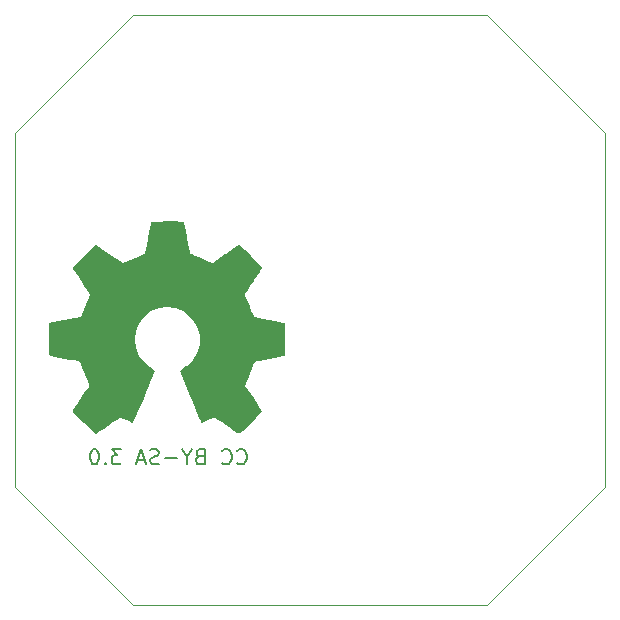
<source format=gbo>
G04 (created by PCBNEW (2013-09-06 BZR 4312)-stable) date K 23 okt   2013 23:04:12 EEST*
%MOIN*%
G04 Gerber Fmt 3.4, Leading zero omitted, Abs format*
%FSLAX34Y34*%
G01*
G70*
G90*
G04 APERTURE LIST*
%ADD10C,0.000787*%
%ADD11C,0.001000*%
%ADD12C,0.005000*%
%ADD13C,0.000100*%
G04 APERTURE END LIST*
G54D10*
G54D11*
X43307Y-55118D02*
X39370Y-51181D01*
X55118Y-55118D02*
X43307Y-55118D01*
G54D12*
X46785Y-50375D02*
X46809Y-50399D01*
X46881Y-50423D01*
X46928Y-50423D01*
X47000Y-50399D01*
X47047Y-50351D01*
X47071Y-50303D01*
X47095Y-50208D01*
X47095Y-50137D01*
X47071Y-50042D01*
X47047Y-49994D01*
X47000Y-49946D01*
X46928Y-49923D01*
X46881Y-49923D01*
X46809Y-49946D01*
X46785Y-49970D01*
X46285Y-50375D02*
X46309Y-50399D01*
X46381Y-50423D01*
X46428Y-50423D01*
X46500Y-50399D01*
X46547Y-50351D01*
X46571Y-50303D01*
X46595Y-50208D01*
X46595Y-50137D01*
X46571Y-50042D01*
X46547Y-49994D01*
X46500Y-49946D01*
X46428Y-49923D01*
X46381Y-49923D01*
X46309Y-49946D01*
X46285Y-49970D01*
X45523Y-50161D02*
X45452Y-50184D01*
X45428Y-50208D01*
X45404Y-50256D01*
X45404Y-50327D01*
X45428Y-50375D01*
X45452Y-50399D01*
X45500Y-50423D01*
X45690Y-50423D01*
X45690Y-49923D01*
X45523Y-49923D01*
X45476Y-49946D01*
X45452Y-49970D01*
X45428Y-50018D01*
X45428Y-50065D01*
X45452Y-50113D01*
X45476Y-50137D01*
X45523Y-50161D01*
X45690Y-50161D01*
X45095Y-50184D02*
X45095Y-50423D01*
X45261Y-49923D02*
X45095Y-50184D01*
X44928Y-49923D01*
X44761Y-50232D02*
X44381Y-50232D01*
X44166Y-50399D02*
X44095Y-50423D01*
X43976Y-50423D01*
X43928Y-50399D01*
X43904Y-50375D01*
X43881Y-50327D01*
X43881Y-50280D01*
X43904Y-50232D01*
X43928Y-50208D01*
X43976Y-50184D01*
X44071Y-50161D01*
X44119Y-50137D01*
X44142Y-50113D01*
X44166Y-50065D01*
X44166Y-50018D01*
X44142Y-49970D01*
X44119Y-49946D01*
X44071Y-49923D01*
X43952Y-49923D01*
X43881Y-49946D01*
X43690Y-50280D02*
X43452Y-50280D01*
X43738Y-50423D02*
X43571Y-49923D01*
X43404Y-50423D01*
X42904Y-49923D02*
X42595Y-49923D01*
X42761Y-50113D01*
X42690Y-50113D01*
X42642Y-50137D01*
X42619Y-50161D01*
X42595Y-50208D01*
X42595Y-50327D01*
X42619Y-50375D01*
X42642Y-50399D01*
X42690Y-50423D01*
X42833Y-50423D01*
X42881Y-50399D01*
X42904Y-50375D01*
X42381Y-50375D02*
X42357Y-50399D01*
X42381Y-50423D01*
X42404Y-50399D01*
X42381Y-50375D01*
X42381Y-50423D01*
X42047Y-49923D02*
X42000Y-49923D01*
X41952Y-49946D01*
X41928Y-49970D01*
X41904Y-50018D01*
X41881Y-50113D01*
X41881Y-50232D01*
X41904Y-50327D01*
X41928Y-50375D01*
X41952Y-50399D01*
X42000Y-50423D01*
X42047Y-50423D01*
X42095Y-50399D01*
X42119Y-50375D01*
X42142Y-50327D01*
X42166Y-50232D01*
X42166Y-50113D01*
X42142Y-50018D01*
X42119Y-49970D01*
X42095Y-49946D01*
X42047Y-49923D01*
G54D11*
X59055Y-51181D02*
X55118Y-55118D01*
X59055Y-39370D02*
X59055Y-51181D01*
X55118Y-35433D02*
X59055Y-39370D01*
X43307Y-35433D02*
X55118Y-35433D01*
X39370Y-39370D02*
X43307Y-35433D01*
X39370Y-51181D02*
X39370Y-39370D01*
G54D13*
G36*
X42061Y-49403D02*
X42102Y-49381D01*
X42195Y-49323D01*
X42326Y-49237D01*
X42481Y-49133D01*
X42637Y-49028D01*
X42766Y-48942D01*
X42855Y-48884D01*
X42893Y-48863D01*
X42913Y-48870D01*
X42987Y-48906D01*
X43095Y-48962D01*
X43157Y-48995D01*
X43256Y-49037D01*
X43305Y-49046D01*
X43313Y-49032D01*
X43349Y-48957D01*
X43406Y-48828D01*
X43480Y-48657D01*
X43565Y-48457D01*
X43656Y-48242D01*
X43748Y-48022D01*
X43835Y-47812D01*
X43912Y-47624D01*
X43974Y-47471D01*
X44014Y-47364D01*
X44029Y-47318D01*
X44025Y-47309D01*
X43975Y-47261D01*
X43889Y-47196D01*
X43703Y-47045D01*
X43519Y-46815D01*
X43407Y-46554D01*
X43370Y-46265D01*
X43402Y-45996D01*
X43507Y-45737D01*
X43687Y-45505D01*
X43905Y-45332D01*
X44161Y-45223D01*
X44447Y-45188D01*
X44723Y-45219D01*
X44987Y-45323D01*
X45219Y-45500D01*
X45316Y-45613D01*
X45452Y-45848D01*
X45529Y-46101D01*
X45537Y-46165D01*
X45526Y-46441D01*
X45444Y-46706D01*
X45298Y-46944D01*
X45095Y-47138D01*
X45070Y-47156D01*
X44976Y-47226D01*
X44913Y-47274D01*
X44864Y-47315D01*
X45216Y-48162D01*
X45272Y-48297D01*
X45368Y-48529D01*
X45454Y-48728D01*
X45521Y-48887D01*
X45568Y-48993D01*
X45589Y-49036D01*
X45591Y-49038D01*
X45622Y-49044D01*
X45687Y-49020D01*
X45805Y-48963D01*
X45883Y-48923D01*
X45973Y-48879D01*
X46014Y-48863D01*
X46048Y-48882D01*
X46135Y-48938D01*
X46261Y-49022D01*
X46412Y-49125D01*
X46556Y-49223D01*
X46689Y-49311D01*
X46786Y-49373D01*
X46833Y-49398D01*
X46840Y-49398D01*
X46882Y-49375D01*
X46958Y-49311D01*
X47074Y-49202D01*
X47237Y-49041D01*
X47262Y-49016D01*
X47396Y-48879D01*
X47505Y-48765D01*
X47578Y-48683D01*
X47605Y-48646D01*
X47605Y-48646D01*
X47581Y-48600D01*
X47520Y-48504D01*
X47432Y-48369D01*
X47324Y-48212D01*
X47044Y-47804D01*
X47198Y-47419D01*
X47245Y-47301D01*
X47305Y-47158D01*
X47350Y-47056D01*
X47373Y-47012D01*
X47415Y-46997D01*
X47520Y-46972D01*
X47673Y-46940D01*
X47855Y-46906D01*
X48028Y-46874D01*
X48185Y-46845D01*
X48298Y-46822D01*
X48349Y-46812D01*
X48361Y-46805D01*
X48372Y-46780D01*
X48378Y-46727D01*
X48382Y-46632D01*
X48384Y-46482D01*
X48384Y-46265D01*
X48384Y-46241D01*
X48382Y-46034D01*
X48379Y-45869D01*
X48373Y-45760D01*
X48366Y-45718D01*
X48365Y-45717D01*
X48316Y-45705D01*
X48206Y-45682D01*
X48049Y-45651D01*
X47862Y-45616D01*
X47851Y-45613D01*
X47664Y-45578D01*
X47508Y-45545D01*
X47399Y-45520D01*
X47353Y-45506D01*
X47343Y-45492D01*
X47306Y-45420D01*
X47252Y-45304D01*
X47190Y-45163D01*
X47130Y-45017D01*
X47077Y-44886D01*
X47042Y-44787D01*
X47031Y-44743D01*
X47032Y-44742D01*
X47060Y-44697D01*
X47124Y-44601D01*
X47214Y-44467D01*
X47323Y-44308D01*
X47331Y-44296D01*
X47438Y-44139D01*
X47525Y-44006D01*
X47583Y-43911D01*
X47605Y-43868D01*
X47604Y-43865D01*
X47569Y-43818D01*
X47488Y-43729D01*
X47374Y-43609D01*
X47236Y-43470D01*
X47192Y-43427D01*
X47039Y-43278D01*
X46933Y-43180D01*
X46867Y-43128D01*
X46835Y-43116D01*
X46834Y-43117D01*
X46786Y-43146D01*
X46687Y-43210D01*
X46552Y-43302D01*
X46392Y-43410D01*
X46381Y-43418D01*
X46224Y-43525D01*
X46093Y-43613D01*
X46000Y-43675D01*
X45959Y-43700D01*
X45952Y-43700D01*
X45888Y-43681D01*
X45776Y-43642D01*
X45638Y-43588D01*
X45493Y-43530D01*
X45361Y-43474D01*
X45261Y-43429D01*
X45214Y-43402D01*
X45213Y-43400D01*
X45196Y-43344D01*
X45169Y-43226D01*
X45136Y-43064D01*
X45099Y-42871D01*
X45093Y-42840D01*
X45058Y-42652D01*
X45028Y-42498D01*
X45006Y-42390D01*
X44995Y-42346D01*
X44969Y-42340D01*
X44876Y-42333D01*
X44736Y-42330D01*
X44567Y-42328D01*
X44388Y-42329D01*
X44214Y-42333D01*
X44065Y-42338D01*
X43959Y-42345D01*
X43915Y-42354D01*
X43913Y-42357D01*
X43897Y-42415D01*
X43871Y-42533D01*
X43838Y-42696D01*
X43801Y-42889D01*
X43794Y-42923D01*
X43759Y-43110D01*
X43728Y-43264D01*
X43705Y-43369D01*
X43693Y-43411D01*
X43676Y-43420D01*
X43599Y-43453D01*
X43474Y-43505D01*
X43318Y-43568D01*
X42957Y-43714D01*
X42516Y-43411D01*
X42475Y-43384D01*
X42316Y-43276D01*
X42186Y-43189D01*
X42095Y-43130D01*
X42057Y-43109D01*
X42054Y-43110D01*
X42010Y-43149D01*
X41923Y-43231D01*
X41803Y-43347D01*
X41664Y-43486D01*
X41561Y-43589D01*
X41439Y-43713D01*
X41362Y-43796D01*
X41320Y-43850D01*
X41305Y-43882D01*
X41309Y-43904D01*
X41337Y-43949D01*
X41402Y-44046D01*
X41493Y-44180D01*
X41601Y-44336D01*
X41689Y-44467D01*
X41785Y-44615D01*
X41848Y-44721D01*
X41869Y-44773D01*
X41864Y-44794D01*
X41833Y-44881D01*
X41780Y-45012D01*
X41714Y-45167D01*
X41560Y-45517D01*
X41331Y-45561D01*
X41192Y-45588D01*
X40998Y-45625D01*
X40812Y-45661D01*
X40521Y-45717D01*
X40511Y-46785D01*
X40556Y-46804D01*
X40599Y-46816D01*
X40707Y-46840D01*
X40860Y-46870D01*
X41041Y-46905D01*
X41196Y-46933D01*
X41351Y-46963D01*
X41463Y-46984D01*
X41512Y-46995D01*
X41525Y-47012D01*
X41564Y-47087D01*
X41619Y-47207D01*
X41681Y-47351D01*
X41743Y-47500D01*
X41798Y-47638D01*
X41836Y-47743D01*
X41851Y-47797D01*
X41829Y-47838D01*
X41771Y-47930D01*
X41685Y-48060D01*
X41579Y-48215D01*
X41473Y-48369D01*
X41384Y-48501D01*
X41322Y-48596D01*
X41296Y-48640D01*
X41309Y-48669D01*
X41371Y-48744D01*
X41487Y-48865D01*
X41661Y-49037D01*
X41689Y-49064D01*
X41827Y-49197D01*
X41944Y-49304D01*
X42025Y-49377D01*
X42061Y-49403D01*
X42061Y-49403D01*
G37*
M02*

</source>
